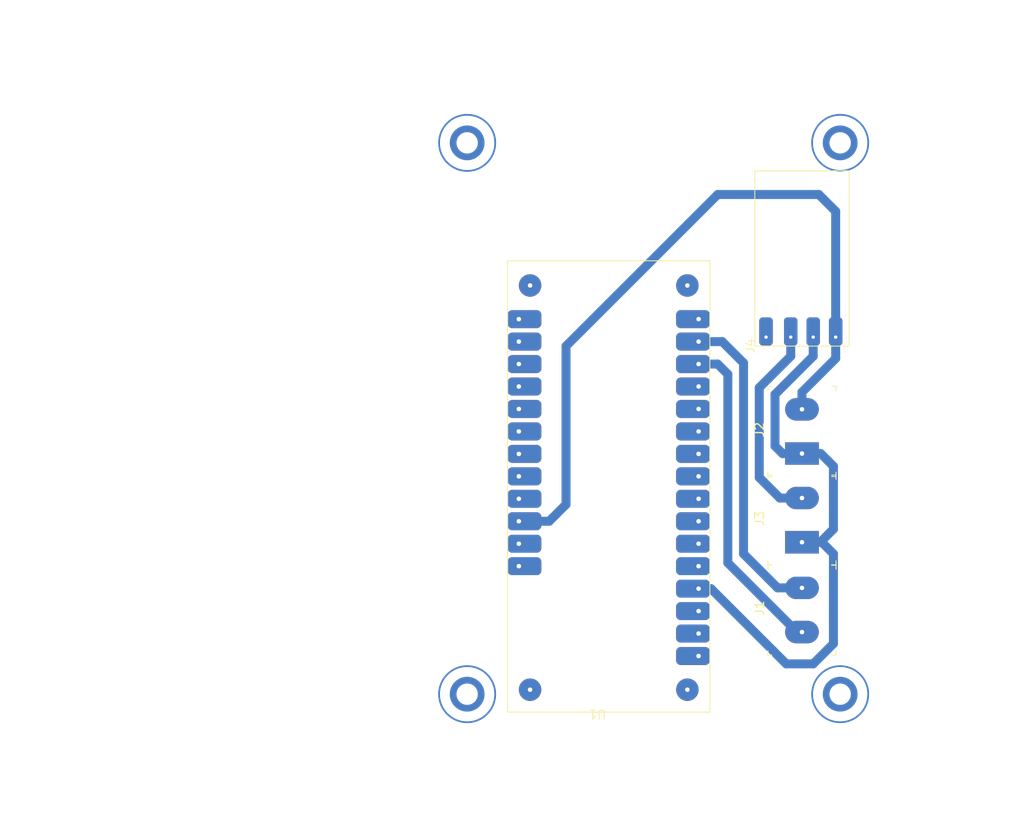
<source format=kicad_pcb>
(kicad_pcb (version 20221018) (generator pcbnew)
  (layers (0 "F.Cu" signal) (31 "B.Cu" signal) (34 "B.Paste" user) (35 "F.Paste" user) (36 "B.SilkS" user "B.Silkscreen") (37 "F.SilkS" user "F.Silkscreen") (38 "B.Mask" user) (39 "F.Mask" user) (44 "Edge.Cuts" user))
  (net 0 "")
  (net 14 "Net-(U1-RX)")
  (net 15 "Net-(U1-TX)")
  (net 28 "Net-(J4-VO_(5V))")
  (net 29 "Net-(J3-GND)")
  (net 30 "Net-(J3-V+)")
  (footprint "digikey-footprints:Term_Block_1x2_P5mm" (layer "F.Cu") (at 195.326 122.896 90)
    (fp_text reference "J1" (at 2.7 -4.8 90) (layer "F.SilkS"))
    (fp_text value "OSTTC020162")
    (fp_line (start -2.6 -3.85) (end -2.6 -3.4) (stroke (width 0.1)) (layer "F.SilkS"))
    (fp_line (start -2.6 -3.85) (end -2.1 -3.85) (stroke (width 0.1)) (layer "F.SilkS"))
    (fp_line (start -2.6 3.85) (end -2.6 3.35) (stroke (width 0.1)) (layer "F.SilkS"))
    (fp_line (start -2.6 3.85) (end -2.1 3.85) (stroke (width 0.1)) (layer "F.SilkS"))
    (fp_line (start 7.6 -3.85) (end 7.1 -3.85) (stroke (width 0.1)) (layer "F.SilkS"))
    (fp_line (start 7.6 -3.85) (end 7.6 -3.4) (stroke (width 0.1)) (layer "F.SilkS"))
    (fp_line (start 7.6 3.85) (end 7.1 3.85) (stroke (width 0.1)) (layer "F.SilkS"))
    (fp_line (start 7.6 3.85) (end 7.6 3.35) (stroke (width 0.1)) (layer "F.SilkS"))
    (pad "1" thru_hole oval (at 0 0 90) (size 2.54 3.81) (drill 0.508) (layers "*.Cu" "*.Mask") (net 14 "Net-(U1-RX)"))
    (pad "2" thru_hole oval (at 5 0 90) (size 2.54 3.81) (drill 0.508) (layers "*.Cu" "*.Mask") (net 15 "Net-(U1-TX)"))
  )
  (footprint "Custom:Buck_Converter" (layer "F.Cu") (at 189.992 90.551 90)
    (fp_text reference "J4" (at 0 -0.5 90 unlocked) (layer "F.SilkS") (effects (font (thickness 0.1))))
    (fp_text value "Buck Power Converter (5v)")
    (fp_rect (start 0 0) (end 19.812 10.668) (stroke (width 0.1)) (fill none) (layer "F.SilkS"))
    (pad "1" thru_hole roundrect (at 1.016 1.27 90) (size 3.175 1.524) (drill 0.381 (offset 0.635 0)) (layers "*.Cu" "*.Mask"))
    (pad "2" thru_hole roundrect (at 1.016 4.064 90) (size 3.175 1.524) (drill 0.381 (offset 0.635 0)) (layers "*.Cu" "*.Mask") (net 30 "Net-(J3-V+)"))
    (pad "3" thru_hole roundrect (at 1.016 6.604 90) (size 3.175 1.524) (drill 0.381 (offset 0.635 0)) (layers "*.Cu" "*.Mask") (net 29 "Net-(J3-GND)"))
    (pad "4" thru_hole roundrect (at 1.016 9.144 90) (size 3.175 1.524) (drill 0.381 (offset 0.635 0)) (layers "*.Cu" "*.Mask") (net 28 "Net-(J4-VO_(5V))"))
  )
  (footprint "digikey-footprints:Term_Block_1x2_P5mm" (layer "F.Cu") (at 195.326 112.736 90)
    (fp_text reference "J3" (at 2.7 -4.8 90) (layer "F.SilkS"))
    (fp_text value "12V Power Terminal")
    (fp_line (start -2.6 -3.85) (end -2.6 -3.4) (stroke (width 0.1)) (layer "F.SilkS"))
    (fp_line (start -2.6 -3.85) (end -2.1 -3.85) (stroke (width 0.1)) (layer "F.SilkS"))
    (fp_line (start -2.6 3.85) (end -2.6 3.35) (stroke (width 0.1)) (layer "F.SilkS"))
    (fp_line (start -2.6 3.85) (end -2.1 3.85) (stroke (width 0.1)) (layer "F.SilkS"))
    (fp_line (start 7.6 -3.85) (end 7.1 -3.85) (stroke (width 0.1)) (layer "F.SilkS"))
    (fp_line (start 7.6 -3.85) (end 7.6 -3.4) (stroke (width 0.1)) (layer "F.SilkS"))
    (fp_line (start 7.6 3.85) (end 7.1 3.85) (stroke (width 0.1)) (layer "F.SilkS"))
    (fp_line (start 7.6 3.85) (end 7.6 3.35) (stroke (width 0.1)) (layer "F.SilkS"))
    (pad "1" thru_hole rect (at 0 0 90) (size 2.54 3.81) (drill 0.508) (layers "*.Cu" "*.Mask") (net 29 "Net-(J3-GND)"))
    (pad "2" thru_hole oval (at 5 0 90) (size 2.54 3.81) (drill 0.508) (layers "*.Cu" "*.Mask") (net 30 "Net-(J3-V+)"))
  )
  (footprint "digikey-footprints:Term_Block_1x2_P5mm" (layer "F.Cu") (at 195.326 102.703 90)
    (fp_text reference "J2" (at 2.7 -4.8 90) (layer "F.SilkS"))
    (fp_text value "OSTTC020162")
    (fp_line (start -2.6 -3.85) (end -2.6 -3.4) (stroke (width 0.1)) (layer "F.SilkS"))
    (fp_line (start -2.6 -3.85) (end -2.1 -3.85) (stroke (width 0.1)) (layer "F.SilkS"))
    (fp_line (start -2.6 3.85) (end -2.6 3.35) (stroke (width 0.1)) (layer "F.SilkS"))
    (fp_line (start -2.6 3.85) (end -2.1 3.85) (stroke (width 0.1)) (layer "F.SilkS"))
    (fp_line (start 7.6 -3.85) (end 7.1 -3.85) (stroke (width 0.1)) (layer "F.SilkS"))
    (fp_line (start 7.6 -3.85) (end 7.6 -3.4) (stroke (width 0.1)) (layer "F.SilkS"))
    (fp_line (start 7.6 3.85) (end 7.1 3.85) (stroke (width 0.1)) (layer "F.SilkS"))
    (fp_line (start 7.6 3.85) (end 7.6 3.35) (stroke (width 0.1)) (layer "F.SilkS"))
    (pad "1" thru_hole rect (at 0 0 90) (size 2.54 3.81) (drill 0.508) (layers "*.Cu" "*.Mask") (net 29 "Net-(J3-GND)"))
    (pad "2" thru_hole oval (at 5 0 90) (size 2.54 3.81) (drill 0.508) (layers "*.Cu" "*.Mask") (net 28 "Net-(J4-VO_(5V))"))
  )
  (footprint "Custom:Adafruit CAN Bus Feather" (layer "F.Cu") (at 184.912 131.953 180)
    (fp_text reference "U1" (at 12.7 -0.246 180 unlocked) (layer "F.SilkS") (effects (font (thickness 0.1))))
    (fp_text value "~")
    (fp_rect (start 0 0) (end 22.86 51.054) (stroke (width 0.1)) (fill none) (layer "F.SilkS"))
    (pad "1" thru_hole roundrect (at 1.27 6.35 180) (size 3.81 2.032) (drill 0.508 (offset 0.635 0)) (layers "*.Cu" "*.Mask"))
    (pad "2" thru_hole roundrect (at 1.27 8.89 180) (size 3.81 2.032) (drill 0.508 (offset 0.635 0)) (layers "*.Cu" "*.Mask"))
    (pad "3" thru_hole roundrect (at 1.27 11.43 180) (size 3.81 2.032) (drill 0.508 (offset 0.635 0)) (layers "*.Cu" "*.Mask"))
    (pad "4" thru_hole roundrect (at 1.27 13.97 180) (size 3.81 2.032) (drill 0.508 (offset 0.635 0)) (layers "*.Cu" "*.Mask") (net 29 "Net-(J3-GND)"))
    (pad "5" thru_hole roundrect (at 1.27 16.51 180) (size 3.81 2.032) (drill 0.508 (offset 0.635 0)) (layers "*.Cu" "*.Mask"))
    (pad "6" thru_hole roundrect (at 1.27 19.05 180) (size 3.81 2.032) (drill 0.508 (offset 0.635 0)) (layers "*.Cu" "*.Mask"))
    (pad "7" thru_hole roundrect (at 1.27 21.59 180) (size 3.81 2.032) (drill 0.508 (offset 0.635 0)) (layers "*.Cu" "*.Mask"))
    (pad "8" thru_hole roundrect (at 1.27 24.13 180) (size 3.81 2.032) (drill 0.508 (offset 0.635 0)) (layers "*.Cu" "*.Mask"))
    (pad "9" thru_hole roundrect (at 1.27 26.67 180) (size 3.81 2.032) (drill 0.508 (offset 0.635 0)) (layers "*.Cu" "*.Mask"))
    (pad "10" thru_hole roundrect (at 1.27 29.21 180) (size 3.81 2.032) (drill 0.508 (offset 0.635 0)) (layers "*.Cu" "*.Mask"))
    (pad "11" thru_hole roundrect (at 1.27 31.75 180) (size 3.81 2.032) (drill 0.508 (offset 0.635 0)) (layers "*.Cu" "*.Mask"))
    (pad "12" thru_hole roundrect (at 1.27 34.29 180) (size 3.81 2.032) (drill 0.508 (offset 0.635 0)) (layers "*.Cu" "*.Mask"))
    (pad "13" thru_hole roundrect (at 1.27 36.83 180) (size 3.81 2.032) (drill 0.508 (offset 0.635 0)) (layers "*.Cu" "*.Mask"))
    (pad "14" thru_hole roundrect (at 1.27 39.37 180) (size 3.81 2.032) (drill 0.508 (offset 0.635 0)) (layers "*.Cu" "*.Mask") (net 14 "Net-(U1-RX)"))
    (pad "15" thru_hole roundrect (at 1.27 41.91 180) (size 3.81 2.032) (drill 0.508 (offset 0.635 0)) (layers "*.Cu" "*.Mask") (net 15 "Net-(U1-TX)"))
    (pad "16" thru_hole roundrect (at 1.27 44.45 180) (size 3.81 2.032) (drill 0.508 (offset 0.635 0)) (layers "*.Cu" "*.Mask"))
    (pad "17" thru_hole roundrect (at 21.59 16.51 180) (size 3.81 2.032) (drill 0.508 (offset -0.635 0)) (layers "*.Cu" "*.Mask"))
    (pad "18" thru_hole roundrect (at 21.59 19.05 180) (size 3.81 2.032) (drill 0.508 (offset -0.635 0)) (layers "*.Cu" "*.Mask"))
    (pad "19" thru_hole roundrect (at 21.59 21.59 180) (size 3.81 2.032) (drill 0.508 (offset -0.635 0)) (layers "*.Cu" "*.Mask") (net 28 "Net-(J4-VO_(5V))"))
    (pad "20" thru_hole roundrect (at 21.59 24.13 180) (size 3.81 2.032) (drill 0.508 (offset -0.635 0)) (layers "*.Cu" "*.Mask"))
    (pad "21" thru_hole roundrect (at 21.59 26.67 180) (size 3.81 2.032) (drill 0.508 (offset -0.635 0)) (layers "*.Cu" "*.Mask"))
    (pad "22" thru_hole roundrect (at 21.59 29.21 180) (size 3.81 2.032) (drill 0.508 (offset -0.635 0)) (layers "*.Cu" "*.Mask"))
    (pad "23" thru_hole roundrect (at 21.59 31.75 180) (size 3.81 2.032) (drill 0.508 (offset -0.635 0)) (layers "*.Cu" "*.Mask"))
    (pad "24" thru_hole roundrect (at 21.59 34.29 180) (size 3.81 2.032) (drill 0.508 (offset -0.635 0)) (layers "*.Cu" "*.Mask"))
    (pad "25" thru_hole roundrect (at 21.59 36.83 180) (size 3.81 2.032) (drill 0.508 (offset -0.635 0)) (layers "*.Cu" "*.Mask"))
    (pad "26" thru_hole roundrect (at 21.59 39.37 180) (size 3.81 2.032) (drill 0.508 (offset -0.635 0)) (layers "*.Cu" "*.Mask"))
    (pad "27" thru_hole roundrect (at 21.59 41.91 180) (size 3.81 2.032) (drill 0.508 (offset -0.635 0)) (layers "*.Cu" "*.Mask"))
    (pad "28" thru_hole roundrect (at 21.59 44.45 180) (size 3.81 2.032) (drill 0.508 (offset -0.635 0)) (layers "*.Cu" "*.Mask"))
    (pad "44" thru_hole circle (at 2.54 2.54 180) (size 2.54 2.54) (drill 0.508) (layers "*.Cu"))
    (pad "44" thru_hole circle (at 2.54 48.26 180) (size 2.54 2.54) (drill 0.508) (layers "*.Cu"))
    (pad "44" thru_hole circle (at 20.32 2.54 180) (size 2.54 2.54) (drill 0.508) (layers "*.Cu"))
    (pad "44" thru_hole circle (at 20.32 48.26 180) (size 2.54 2.54) (drill 0.508) (layers "*.Cu"))
  )
  (gr_circle (center 199.644 67.564) (end 201.2315 67.564) (stroke (width 0.762)) (fill none) (layer "B.Cu"))
  (gr_circle (center 157.48 67.564) (end 160.655 67.564) (stroke (width 0.2)) (fill none) (layer "B.Cu"))
  (gr_circle (center 157.48 129.921) (end 159.0675 129.921) (stroke (width 0.762)) (fill none) (layer "B.Cu"))
  (gr_circle (center 157.48 67.564) (end 159.0675 67.564) (stroke (width 0.762)) (fill none) (layer "B.Cu"))
  (gr_circle (center 199.644 67.564) (end 202.819 67.564) (stroke (width 0.2)) (fill none) (layer "B.Cu"))
  (gr_circle (center 199.644 129.921) (end 202.819 129.921) (stroke (width 0.2)) (fill none) (layer "B.Cu"))
  (gr_circle (center 199.644 129.921) (end 201.2315 129.921) (stroke (width 0.762)) (fill none) (layer "B.Cu"))
  (gr_circle (center 157.48 129.921) (end 160.655 129.921) (stroke (width 0.2)) (fill none) (layer "B.Cu"))
  (segment (start 195.326 122.896) (end 194.778 122.896) (width 1.016) (layer "B.Cu") (net 14))
  (segment (start 186.944 93.726) (end 185.801 92.583) (width 1.016) (layer "B.Cu") (net 14))
  (segment (start 194.778 122.896) (end 186.944 115.062) (width 1.016) (layer "B.Cu") (net 14))
  (segment (start 185.801 92.583) (end 183.642 92.583) (width 1.016) (layer "B.Cu") (net 14))
  (segment (start 186.944 115.062) (end 186.944 93.726) (width 1.016) (layer "B.Cu") (net 14))
  (segment (start 188.722 114.046) (end 188.722 92.456) (width 1.016) (layer "B.Cu") (net 15))
  (segment (start 186.309 90.043) (end 183.642 90.043) (width 1.016) (layer "B.Cu") (net 15))
  (segment (start 195.326 117.896) (end 192.572 117.896) (width 1.016) (layer "B.Cu") (net 15))
  (segment (start 192.572 117.896) (end 188.722 114.046) (width 1.016) (layer "B.Cu") (net 15))
  (segment (start 188.722 92.456) (end 186.309 90.043) (width 1.016) (layer "B.Cu") (net 15))
  (segment (start 197.231 73.406) (end 185.801 73.406) (width 1.016) (layer "B.Cu") (net 28))
  (segment (start 199.136 91.948) (end 195.326 95.758) (width 1.016) (layer "B.Cu") (net 28))
  (segment (start 199.136 89.535) (end 199.136 75.311) (width 1.016) (layer "B.Cu") (net 28))
  (segment (start 195.326 95.758) (end 195.326 97.703) (width 1.016) (layer "B.Cu") (net 28))
  (segment (start 168.656 108.458) (end 166.751 110.363) (width 1.016) (layer "B.Cu") (net 28))
  (segment (start 185.801 73.406) (end 168.656 90.551) (width 1.016) (layer "B.Cu") (net 28))
  (segment (start 168.656 90.551) (end 168.656 108.458) (width 1.016) (layer "B.Cu") (net 28))
  (segment (start 166.751 110.363) (end 163.322 110.363) (width 1.016) (layer "B.Cu") (net 28))
  (segment (start 199.136 89.535) (end 199.136 91.948) (width 1.016) (layer "B.Cu") (net 28))
  (segment (start 199.136 75.311) (end 197.231 73.406) (width 1.016) (layer "B.Cu") (net 28))
  (segment (start 195.326 102.703) (end 197.445 102.703) (width 1.016) (layer "B.Cu") (net 29))
  (segment (start 185.039 117.983) (end 183.642 117.983) (width 1.016) (layer "B.Cu") (net 29))
  (segment (start 196.596 126.492) (end 193.548 126.492) (width 1.016) (layer "B.Cu") (net 29))
  (segment (start 197.398 112.736) (end 195.326 112.736) (width 1.016) (layer "B.Cu") (net 29))
  (segment (start 195.326 112.736) (end 197.572 112.736) (width 1.016) (layer "B.Cu") (net 29))
  (segment (start 197.572 112.736) (end 198.882 114.046) (width 1.016) (layer "B.Cu") (net 29))
  (segment (start 198.882 104.14) (end 198.882 111.252) (width 1.016) (layer "B.Cu") (net 29))
  (segment (start 196.596 91.694) (end 192.278 96.012) (width 1.016) (layer "B.Cu") (net 29))
  (segment (start 197.445 102.703) (end 198.882 104.14) (width 1.016) (layer "B.Cu") (net 29))
  (segment (start 192.278 96.012) (end 192.278 101.854) (width 1.016) (layer "B.Cu") (net 29))
  (segment (start 196.596 89.535) (end 196.596 91.694) (width 1.016) (layer "B.Cu") (net 29))
  (segment (start 198.882 111.252) (end 197.398 112.736) (width 1.016) (layer "B.Cu") (net 29))
  (segment (start 193.548 126.492) (end 185.039 117.983) (width 1.016) (layer "B.Cu") (net 29))
  (segment (start 198.882 124.206) (end 196.596 126.492) (width 1.016) (layer "B.Cu") (net 29))
  (segment (start 193.127 102.703) (end 195.326 102.703) (width 1.016) (layer "B.Cu") (net 29))
  (segment (start 192.278 101.854) (end 193.127 102.703) (width 1.016) (layer "B.Cu") (net 29))
  (segment (start 198.882 114.046) (end 198.882 124.206) (width 1.016) (layer "B.Cu") (net 29))
  (segment (start 190.5 95.25) (end 190.5 105.41) (width 1.016) (layer "B.Cu") (net 30))
  (segment (start 194.056 89.535) (end 194.056 91.694) (width 1.016) (layer "B.Cu") (net 30))
  (segment (start 194.056 91.694) (end 190.5 95.25) (width 1.016) (layer "B.Cu") (net 30))
  (segment (start 192.826 107.736) (end 194.564 107.736) (width 1.016) (layer "B.Cu") (net 30))
  (segment (start 190.5 105.41) (end 192.826 107.736) (width 1.016) (layer "B.Cu") (net 30))
)
</source>
